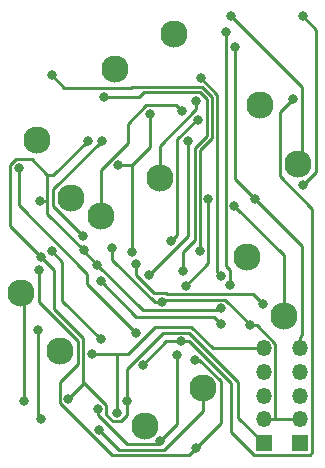
<source format=gbr>
G04 #@! TF.GenerationSoftware,KiCad,Pcbnew,8.0.7*
G04 #@! TF.CreationDate,2025-05-03T20:28:39+02:00*
G04 #@! TF.ProjectId,EM7SEG_DRIVER,454d3753-4547-45f4-9452-495645522e6b,rev?*
G04 #@! TF.SameCoordinates,Original*
G04 #@! TF.FileFunction,Copper,L1,Top*
G04 #@! TF.FilePolarity,Positive*
%FSLAX46Y46*%
G04 Gerber Fmt 4.6, Leading zero omitted, Abs format (unit mm)*
G04 Created by KiCad (PCBNEW 8.0.7) date 2025-05-03 20:28:39*
%MOMM*%
%LPD*%
G01*
G04 APERTURE LIST*
G04 #@! TA.AperFunction,ComponentPad*
%ADD10C,2.300000*%
G04 #@! TD*
G04 #@! TA.AperFunction,ComponentPad*
%ADD11R,1.350000X1.350000*%
G04 #@! TD*
G04 #@! TA.AperFunction,ComponentPad*
%ADD12O,1.350000X1.350000*%
G04 #@! TD*
G04 #@! TA.AperFunction,ViaPad*
%ADD13C,0.800000*%
G04 #@! TD*
G04 #@! TA.AperFunction,Conductor*
%ADD14C,0.250000*%
G04 #@! TD*
G04 APERTURE END LIST*
D10*
X40220900Y-29286200D03*
X35217100Y-32258000D03*
X47459900Y-35280600D03*
X50711100Y-40284400D03*
X46393100Y-48158400D03*
X49517300Y-53111400D03*
X37757100Y-62458600D03*
X42684700Y-59232800D03*
X30543500Y-56083200D03*
X27292300Y-51155600D03*
X31483300Y-43129200D03*
X28613100Y-38252400D03*
X39001700Y-41452800D03*
X34074100Y-44678600D03*
D11*
X50901600Y-63881000D03*
D12*
X50901600Y-61881000D03*
X50901600Y-59881000D03*
X50901600Y-57881000D03*
X50901600Y-55881000D03*
D11*
X47802800Y-63881000D03*
D12*
X47802800Y-61881000D03*
X47802800Y-59881000D03*
X47802800Y-57881000D03*
X47802800Y-55881000D03*
D13*
X41995000Y-56835800D03*
X42049300Y-64348400D03*
X28805700Y-49249800D03*
X34021200Y-55100100D03*
X29910100Y-47664700D03*
X37008000Y-54567800D03*
X27089600Y-40635500D03*
X34024400Y-50210600D03*
X44199400Y-53793800D03*
X37005200Y-48714400D03*
X47762500Y-52157400D03*
X51165100Y-42055000D03*
X51142900Y-27772500D03*
X46623500Y-53912800D03*
X39220600Y-51936200D03*
X35004700Y-47396600D03*
X45328000Y-43804200D03*
X45018100Y-27727400D03*
X33904400Y-62807600D03*
X27517900Y-60310200D03*
X40922000Y-35784700D03*
X42105500Y-34917200D03*
X38099400Y-49670900D03*
X41432500Y-38275400D03*
X38161200Y-36034400D03*
X36643900Y-47691700D03*
X35486400Y-40371800D03*
X34128100Y-38286000D03*
X32539200Y-46386600D03*
X28947800Y-61825500D03*
X28736500Y-54346500D03*
X41216900Y-50552100D03*
X43130900Y-43221600D03*
X39020500Y-63723000D03*
X40508700Y-56398800D03*
X33747900Y-61036800D03*
X39990600Y-46753000D03*
X42262200Y-36495700D03*
X40782300Y-55262500D03*
X50283300Y-34775100D03*
X37555500Y-57276000D03*
X42405700Y-47652900D03*
X29891100Y-32753000D03*
X44201400Y-49736800D03*
X42487800Y-32990000D03*
X40970200Y-49357500D03*
X34284500Y-34587700D03*
X47075300Y-43216100D03*
X45358600Y-30314900D03*
X33244900Y-56374900D03*
X35373300Y-61319600D03*
X28951000Y-48151100D03*
X33711200Y-48785300D03*
X32574400Y-47572100D03*
X32909700Y-38273200D03*
X28837800Y-43436600D03*
X44210700Y-52479400D03*
X36226900Y-60290600D03*
X31256500Y-60123000D03*
X44936800Y-50505000D03*
X44600700Y-29118200D03*
D14*
X44188800Y-62208900D02*
X42049300Y-64348400D01*
X44188800Y-58650300D02*
X44188800Y-62208900D01*
X42374300Y-56835800D02*
X44188800Y-58650300D01*
X41995000Y-56835800D02*
X42374300Y-56835800D01*
X28805700Y-51946300D02*
X28805700Y-49249800D01*
X32069600Y-55210200D02*
X28805700Y-51946300D01*
X32069600Y-57155400D02*
X32069600Y-55210200D01*
X30527400Y-58697600D02*
X32069600Y-57155400D01*
X30527400Y-60519100D02*
X30527400Y-58697600D01*
X34933700Y-64925400D02*
X30527400Y-60519100D01*
X41472300Y-64925400D02*
X34933700Y-64925400D01*
X42049300Y-64348400D02*
X41472300Y-64925400D01*
X30772200Y-48526800D02*
X29910100Y-47664700D01*
X30772300Y-48526800D02*
X30772200Y-48526800D01*
X30772300Y-51851200D02*
X30772300Y-48526800D01*
X34021200Y-55100100D02*
X30772300Y-51851200D01*
X32886700Y-50446500D02*
X37008000Y-54567800D01*
X32886700Y-49535700D02*
X32886700Y-50446500D01*
X27089600Y-43738600D02*
X32886700Y-49535700D01*
X27089600Y-40635500D02*
X27089600Y-43738600D01*
X37000800Y-53187000D02*
X34024400Y-50210600D01*
X43592600Y-53187000D02*
X37000800Y-53187000D01*
X44199400Y-53793800D02*
X43592600Y-53187000D01*
X37005200Y-49677400D02*
X37005200Y-48714400D01*
X38538900Y-51211100D02*
X37005200Y-49677400D01*
X39521000Y-51211100D02*
X38538900Y-51211100D01*
X39612300Y-51302400D02*
X39521000Y-51211100D01*
X46907500Y-51302400D02*
X39612300Y-51302400D01*
X47762500Y-52157400D02*
X46907500Y-51302400D01*
X52250400Y-28880000D02*
X51142900Y-27772500D01*
X52250400Y-40969700D02*
X52250400Y-28880000D01*
X51165100Y-42055000D02*
X52250400Y-40969700D01*
X50901600Y-61881000D02*
X49901500Y-61881000D01*
X47802800Y-61881000D02*
X48190300Y-61881000D01*
X48190300Y-61881000D02*
X48802900Y-61881000D01*
X48802900Y-61881000D02*
X49901500Y-61881000D01*
X47248900Y-53912800D02*
X46623500Y-53912800D01*
X48802900Y-55466800D02*
X47248900Y-53912800D01*
X48802900Y-61881000D02*
X48802900Y-55466800D01*
X39404200Y-51752600D02*
X39220600Y-51936200D01*
X44552800Y-51752600D02*
X39404200Y-51752600D01*
X46623500Y-53823300D02*
X44552800Y-51752600D01*
X46623500Y-53912800D02*
X46623500Y-53823300D01*
X35004700Y-48367600D02*
X35004700Y-47396600D01*
X38573300Y-51936200D02*
X35004700Y-48367600D01*
X39220600Y-51936200D02*
X38573300Y-51936200D01*
X49517300Y-47993500D02*
X49517300Y-53111400D01*
X45328000Y-43804200D02*
X49517300Y-47993500D01*
X51057900Y-33767200D02*
X45018100Y-27727400D01*
X51057900Y-39937600D02*
X51057900Y-33767200D01*
X50711100Y-40284400D02*
X51057900Y-39937600D01*
X35556000Y-64459200D02*
X33904400Y-62807600D01*
X39408000Y-64459200D02*
X35556000Y-64459200D01*
X42684700Y-61182500D02*
X39408000Y-64459200D01*
X42684700Y-59232800D02*
X42684700Y-61182500D01*
X27517900Y-51381200D02*
X27292300Y-51155600D01*
X27517900Y-60310200D02*
X27517900Y-51381200D01*
X40418600Y-35281300D02*
X40922000Y-35784700D01*
X37886700Y-35281300D02*
X40418600Y-35281300D01*
X36331400Y-36836600D02*
X37886700Y-35281300D01*
X36331400Y-38485300D02*
X36331400Y-36836600D01*
X34074100Y-40742600D02*
X36331400Y-38485300D01*
X34074100Y-44678600D02*
X34074100Y-40742600D01*
X39001700Y-38730500D02*
X39001700Y-41452800D01*
X42105500Y-35626700D02*
X39001700Y-38730500D01*
X42105500Y-34917200D02*
X42105500Y-35626700D01*
X41432500Y-46337800D02*
X38099400Y-49670900D01*
X41432500Y-38275400D02*
X41432500Y-46337800D01*
X36643900Y-40371800D02*
X36643900Y-47691700D01*
X38161200Y-38854500D02*
X36643900Y-40371800D01*
X38161200Y-36034400D02*
X38161200Y-38854500D01*
X36643900Y-40371800D02*
X35486400Y-40371800D01*
X30006000Y-42408100D02*
X34128100Y-38286000D01*
X30006000Y-43853400D02*
X30006000Y-42408100D01*
X32539200Y-46386600D02*
X30006000Y-43853400D01*
X28736500Y-61614200D02*
X28947800Y-61825500D01*
X28736500Y-54346500D02*
X28736500Y-61614200D01*
X43130900Y-48638100D02*
X43130900Y-43221600D01*
X41216900Y-50552100D02*
X43130900Y-48638100D01*
X40508700Y-62234800D02*
X39020500Y-63723000D01*
X40508700Y-56398800D02*
X40508700Y-62234800D01*
X33747900Y-61474100D02*
X33747900Y-61036800D01*
X36211300Y-63937500D02*
X33747900Y-61474100D01*
X38806000Y-63937500D02*
X36211300Y-63937500D01*
X39020500Y-63723000D02*
X38806000Y-63937500D01*
X40476800Y-46266800D02*
X39990600Y-46753000D01*
X40476800Y-38186500D02*
X40476800Y-46266800D01*
X42167600Y-36495700D02*
X40476800Y-38186500D01*
X42262200Y-36495700D02*
X42167600Y-36495700D01*
X39569000Y-55262500D02*
X40782300Y-55262500D01*
X37555500Y-57276000D02*
X39569000Y-55262500D01*
X49202500Y-35855900D02*
X50283300Y-34775100D01*
X49202500Y-41310000D02*
X49202500Y-35855900D01*
X51942700Y-44050200D02*
X49202500Y-41310000D01*
X51942700Y-64680100D02*
X51942700Y-44050200D01*
X51690500Y-64932300D02*
X51942700Y-64680100D01*
X46984200Y-64932300D02*
X51690500Y-64932300D01*
X45040400Y-62988500D02*
X46984200Y-64932300D01*
X45040400Y-58813900D02*
X45040400Y-62988500D01*
X41489000Y-55262500D02*
X45040400Y-58813900D01*
X40782300Y-55262500D02*
X41489000Y-55262500D01*
X42405700Y-39085300D02*
X42405700Y-47652900D01*
X43441800Y-38049200D02*
X42405700Y-39085300D01*
X43441800Y-34580600D02*
X43441800Y-38049200D01*
X42576400Y-33715200D02*
X43441800Y-34580600D01*
X36657100Y-33715200D02*
X42576400Y-33715200D01*
X36583400Y-33788900D02*
X36657100Y-33715200D01*
X30927000Y-33788900D02*
X36583400Y-33788900D01*
X29891100Y-32753000D02*
X30927000Y-33788900D01*
X43891900Y-34394100D02*
X42487800Y-32990000D01*
X43891900Y-49427300D02*
X43891900Y-34394100D01*
X44201400Y-49736800D02*
X43891900Y-49427300D01*
X40970200Y-47707400D02*
X40970200Y-49357500D01*
X41955600Y-46722000D02*
X40970200Y-47707400D01*
X41955600Y-38898800D02*
X41955600Y-46722000D01*
X42991700Y-37862700D02*
X41955600Y-38898800D01*
X42991700Y-34767100D02*
X42991700Y-37862700D01*
X42389900Y-34165300D02*
X42991700Y-34767100D01*
X37674000Y-34165300D02*
X42389900Y-34165300D01*
X37251600Y-34587700D02*
X37674000Y-34165300D01*
X34284500Y-34587700D02*
X37251600Y-34587700D01*
X50901600Y-55881000D02*
X50901600Y-54880900D01*
X51038500Y-47179300D02*
X47075300Y-43216100D01*
X51038500Y-54744000D02*
X51038500Y-47179300D01*
X50901600Y-54880900D02*
X51038500Y-54744000D01*
X45358600Y-41499400D02*
X45358600Y-30314900D01*
X47075300Y-43216100D02*
X45358600Y-41499400D01*
X35373300Y-56374900D02*
X35373300Y-61319600D01*
X33244900Y-56374900D02*
X35373300Y-56374900D01*
X43487900Y-55881000D02*
X47802800Y-55881000D01*
X41694100Y-54087200D02*
X43487900Y-55881000D01*
X38572400Y-54087200D02*
X41694100Y-54087200D01*
X36284700Y-56374900D02*
X38572400Y-54087200D01*
X35373300Y-56374900D02*
X36284700Y-56374900D01*
X29979800Y-41203100D02*
X29498800Y-41203100D01*
X32909700Y-38273200D02*
X29979800Y-41203100D01*
X29498800Y-43436600D02*
X28837800Y-43436600D01*
X29498800Y-44496500D02*
X29498800Y-43436600D01*
X32574400Y-47572100D02*
X29498800Y-44496500D01*
X29498800Y-43436600D02*
X29498800Y-41203100D01*
X32574400Y-47648500D02*
X33711200Y-48785300D01*
X32574400Y-47572100D02*
X32574400Y-47648500D01*
X45667300Y-61745500D02*
X47802800Y-63881000D01*
X45667300Y-58697200D02*
X45667300Y-61745500D01*
X41507400Y-54537300D02*
X45667300Y-58697200D01*
X39267600Y-54537300D02*
X41507400Y-54537300D01*
X36226900Y-57578000D02*
X39267600Y-54537300D01*
X36226900Y-60290600D02*
X36226900Y-57578000D01*
X26320000Y-45520100D02*
X28951000Y-48151100D01*
X26320000Y-40377800D02*
X26320000Y-45520100D01*
X26832900Y-39864900D02*
X26320000Y-40377800D01*
X28160600Y-39864900D02*
X26832900Y-39864900D01*
X29498800Y-41203100D02*
X28160600Y-39864900D01*
X34473000Y-60655300D02*
X32598600Y-58780900D01*
X34473000Y-61494100D02*
X34473000Y-60655300D01*
X35036300Y-62057400D02*
X34473000Y-61494100D01*
X35695700Y-62057400D02*
X35036300Y-62057400D01*
X36226900Y-61526200D02*
X35695700Y-62057400D01*
X36226900Y-60290600D02*
X36226900Y-61526200D01*
X31256500Y-60123000D02*
X32598600Y-58780900D01*
X30044400Y-49244500D02*
X28951000Y-48151100D01*
X30044400Y-52548400D02*
X30044400Y-49244500D01*
X32519700Y-55023700D02*
X30044400Y-52548400D01*
X32519700Y-58702000D02*
X32519700Y-55023700D01*
X32598600Y-58780900D02*
X32519700Y-58702000D01*
X44028800Y-52661300D02*
X44210700Y-52479400D01*
X37587200Y-52661300D02*
X44028800Y-52661300D01*
X33711200Y-48785300D02*
X37587200Y-52661300D01*
X44936800Y-49200800D02*
X44936800Y-50505000D01*
X44600700Y-48864700D02*
X44936800Y-49200800D01*
X44600700Y-29118200D02*
X44600700Y-48864700D01*
M02*

</source>
